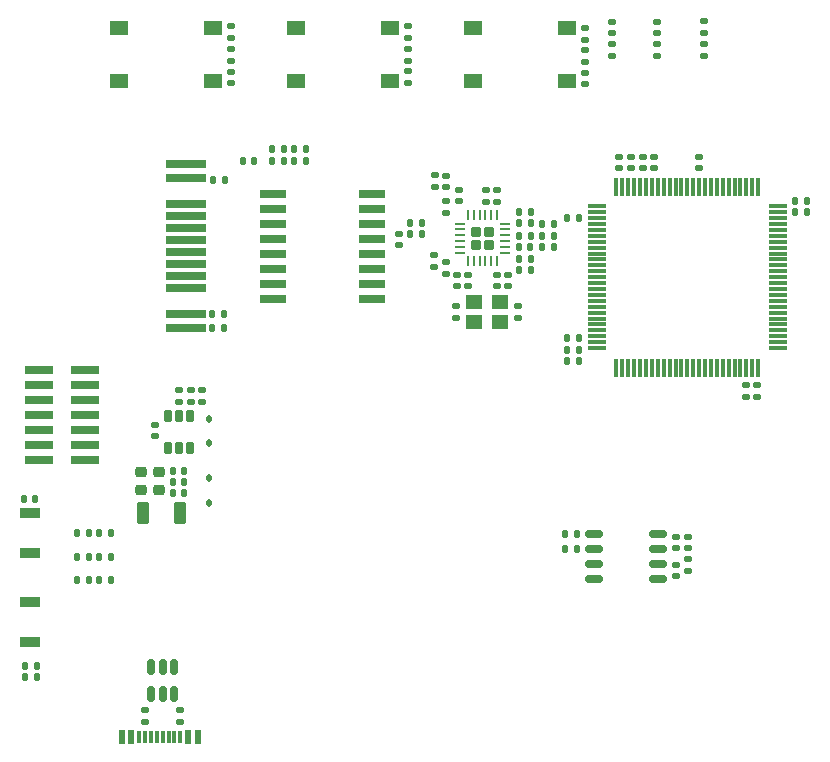
<source format=gbr>
%TF.GenerationSoftware,KiCad,Pcbnew,8.0.3-8.0.3-0~ubuntu22.04.1*%
%TF.CreationDate,2024-07-03T09:26:59+02:00*%
%TF.ProjectId,FabOS_MB,4661624f-535f-44d4-922e-6b696361645f,rev?*%
%TF.SameCoordinates,Original*%
%TF.FileFunction,Paste,Top*%
%TF.FilePolarity,Positive*%
%FSLAX46Y46*%
G04 Gerber Fmt 4.6, Leading zero omitted, Abs format (unit mm)*
G04 Created by KiCad (PCBNEW 8.0.3-8.0.3-0~ubuntu22.04.1) date 2024-07-03 09:26:59*
%MOMM*%
%LPD*%
G01*
G04 APERTURE LIST*
G04 Aperture macros list*
%AMRoundRect*
0 Rectangle with rounded corners*
0 $1 Rounding radius*
0 $2 $3 $4 $5 $6 $7 $8 $9 X,Y pos of 4 corners*
0 Add a 4 corners polygon primitive as box body*
4,1,4,$2,$3,$4,$5,$6,$7,$8,$9,$2,$3,0*
0 Add four circle primitives for the rounded corners*
1,1,$1+$1,$2,$3*
1,1,$1+$1,$4,$5*
1,1,$1+$1,$6,$7*
1,1,$1+$1,$8,$9*
0 Add four rect primitives between the rounded corners*
20,1,$1+$1,$2,$3,$4,$5,0*
20,1,$1+$1,$4,$5,$6,$7,0*
20,1,$1+$1,$6,$7,$8,$9,0*
20,1,$1+$1,$8,$9,$2,$3,0*%
%AMFreePoly0*
4,1,25,0.266375,0.443630,0.297109,0.420047,0.420047,0.297109,0.458455,0.230584,0.463512,0.192176,0.463512,-0.192176,0.443630,-0.266375,0.420047,-0.297109,0.297109,-0.420047,0.230584,-0.458455,0.192176,-0.463512,-0.192176,-0.463512,-0.266375,-0.443630,-0.297109,-0.420047,-0.420047,-0.297109,-0.458455,-0.230584,-0.463512,-0.192176,-0.463512,0.192176,-0.443630,0.266375,-0.420047,0.297109,
-0.297109,0.420047,-0.230584,0.458455,-0.192176,0.463512,0.192176,0.463512,0.266375,0.443630,0.266375,0.443630,$1*%
G04 Aperture macros list end*
%ADD10R,2.250000X0.750000*%
%ADD11RoundRect,0.140000X-0.170000X0.140000X-0.170000X-0.140000X0.170000X-0.140000X0.170000X0.140000X0*%
%ADD12RoundRect,0.140000X0.140000X0.170000X-0.140000X0.170000X-0.140000X-0.170000X0.140000X-0.170000X0*%
%ADD13RoundRect,0.140000X0.170000X-0.140000X0.170000X0.140000X-0.170000X0.140000X-0.170000X-0.140000X0*%
%ADD14RoundRect,0.135000X0.135000X0.185000X-0.135000X0.185000X-0.135000X-0.185000X0.135000X-0.185000X0*%
%ADD15RoundRect,0.147500X-0.147500X-0.172500X0.147500X-0.172500X0.147500X0.172500X-0.147500X0.172500X0*%
%ADD16RoundRect,0.135000X0.185000X-0.135000X0.185000X0.135000X-0.185000X0.135000X-0.185000X-0.135000X0*%
%ADD17RoundRect,0.135000X-0.135000X-0.185000X0.135000X-0.185000X0.135000X0.185000X-0.135000X0.185000X0*%
%ADD18RoundRect,0.112500X0.112500X-0.187500X0.112500X0.187500X-0.112500X0.187500X-0.112500X-0.187500X0*%
%ADD19RoundRect,0.150000X0.150000X-0.400000X0.150000X0.400000X-0.150000X0.400000X-0.150000X-0.400000X0*%
%ADD20RoundRect,0.135000X-0.185000X0.135000X-0.185000X-0.135000X0.185000X-0.135000X0.185000X0.135000X0*%
%ADD21RoundRect,0.152400X-0.609600X0.152400X-0.609600X-0.152400X0.609600X-0.152400X0.609600X0.152400X0*%
%ADD22RoundRect,0.147500X-0.172500X0.147500X-0.172500X-0.147500X0.172500X-0.147500X0.172500X0.147500X0*%
%ADD23RoundRect,0.140000X-0.140000X-0.170000X0.140000X-0.170000X0.140000X0.170000X-0.140000X0.170000X0*%
%ADD24R,1.550000X1.300000*%
%ADD25R,3.500000X0.700000*%
%ADD26R,3.500000X0.800000*%
%ADD27RoundRect,0.150000X0.150000X-0.512500X0.150000X0.512500X-0.150000X0.512500X-0.150000X-0.512500X0*%
%ADD28R,1.400000X1.200000*%
%ADD29RoundRect,0.250000X-0.275000X-0.700000X0.275000X-0.700000X0.275000X0.700000X-0.275000X0.700000X0*%
%ADD30R,0.600000X1.150000*%
%ADD31R,0.309000X1.140000*%
%ADD32R,1.700000X0.900000*%
%ADD33RoundRect,0.225000X0.250000X-0.225000X0.250000X0.225000X-0.250000X0.225000X-0.250000X-0.225000X0*%
%ADD34RoundRect,0.112500X-0.112500X0.187500X-0.112500X-0.187500X0.112500X-0.187500X0.112500X0.187500X0*%
%ADD35FreePoly0,90.000000*%
%ADD36RoundRect,0.062500X0.062500X-0.375000X0.062500X0.375000X-0.062500X0.375000X-0.062500X-0.375000X0*%
%ADD37RoundRect,0.062500X0.375000X-0.062500X0.375000X0.062500X-0.375000X0.062500X-0.375000X-0.062500X0*%
%ADD38R,2.400000X0.740000*%
%ADD39RoundRect,0.075000X-0.075000X0.725000X-0.075000X-0.725000X0.075000X-0.725000X0.075000X0.725000X0*%
%ADD40RoundRect,0.075000X-0.725000X0.075000X-0.725000X-0.075000X0.725000X-0.075000X0.725000X0.075000X0*%
G04 APERTURE END LIST*
D10*
%TO.C,U302*%
X126500000Y-120145000D03*
X126500000Y-118875000D03*
X126500000Y-117605000D03*
X126500000Y-116335000D03*
X126500000Y-115065000D03*
X126500000Y-113795000D03*
X126500000Y-112525000D03*
X126500000Y-111255000D03*
X118100000Y-111255000D03*
X118100000Y-112525000D03*
X118100000Y-113795000D03*
X118100000Y-115065000D03*
X118100000Y-116335000D03*
X118100000Y-117605000D03*
X118100000Y-118875000D03*
X118100000Y-120145000D03*
%TD*%
D11*
%TO.C,C610*%
X159110000Y-127470000D03*
X159110000Y-128430000D03*
%TD*%
D12*
%TO.C,C503*%
X110555000Y-136600000D03*
X109595000Y-136600000D03*
%TD*%
D13*
%TO.C,C303*%
X138820000Y-121760000D03*
X138820000Y-120800000D03*
%TD*%
D14*
%TO.C,R506*%
X104410000Y-142000000D03*
X103390000Y-142000000D03*
%TD*%
D15*
%TO.C,D505*%
X101515000Y-142000000D03*
X102485000Y-142000000D03*
%TD*%
D13*
%TO.C,C308*%
X133870000Y-111870000D03*
X133870000Y-110910000D03*
%TD*%
D16*
%TO.C,R604*%
X129500000Y-100010000D03*
X129500000Y-98990000D03*
%TD*%
D17*
%TO.C,R308*%
X138880000Y-117750000D03*
X139900000Y-117750000D03*
%TD*%
D12*
%TO.C,C602*%
X143980000Y-123500000D03*
X143020000Y-123500000D03*
%TD*%
D18*
%TO.C,D501*%
X112700000Y-132400000D03*
X112700000Y-130300000D03*
%TD*%
D16*
%TO.C,R608*%
X150622000Y-99572000D03*
X150622000Y-98552000D03*
%TD*%
D19*
%TO.C,U502*%
X109175000Y-132750000D03*
X110125000Y-132750000D03*
X111075000Y-132750000D03*
X111075000Y-130050000D03*
X110125000Y-130050000D03*
X109175000Y-130050000D03*
%TD*%
D20*
%TO.C,R314*%
X131700000Y-116400000D03*
X131700000Y-117420000D03*
%TD*%
D11*
%TO.C,C603*%
X158170000Y-127470000D03*
X158170000Y-128430000D03*
%TD*%
D12*
%TO.C,C304*%
X139860000Y-115750000D03*
X138900000Y-115750000D03*
%TD*%
%TO.C,C617*%
X143980000Y-124450000D03*
X143020000Y-124450000D03*
%TD*%
D11*
%TO.C,C302*%
X137025000Y-118140000D03*
X137025000Y-119100000D03*
%TD*%
D16*
%TO.C,R610*%
X146812000Y-99570000D03*
X146812000Y-98550000D03*
%TD*%
D21*
%TO.C,U201*%
X145260000Y-140090000D03*
X145260000Y-141360000D03*
X145260000Y-142630000D03*
X145260000Y-143900000D03*
X150721000Y-143900000D03*
X150721000Y-142630000D03*
X150721000Y-141360000D03*
X150721000Y-140090000D03*
%TD*%
D14*
%TO.C,R304*%
X139910000Y-112810000D03*
X138890000Y-112810000D03*
%TD*%
D17*
%TO.C,R322*%
X112940000Y-122650000D03*
X113960000Y-122650000D03*
%TD*%
D12*
%TO.C,C611*%
X143980000Y-113340000D03*
X143020000Y-113340000D03*
%TD*%
D11*
%TO.C,C616*%
X144500000Y-101020000D03*
X144500000Y-101980000D03*
%TD*%
D22*
%TO.C,D603*%
X146812000Y-96685000D03*
X146812000Y-97655000D03*
%TD*%
D20*
%TO.C,R609*%
X144500000Y-97190000D03*
X144500000Y-98210000D03*
%TD*%
D14*
%TO.C,R302*%
X139900000Y-116810000D03*
X138880000Y-116810000D03*
%TD*%
D11*
%TO.C,C504*%
X108075000Y-130820000D03*
X108075000Y-131780000D03*
%TD*%
D20*
%TO.C,R605*%
X129500000Y-97080000D03*
X129500000Y-98100000D03*
%TD*%
D13*
%TO.C,C307*%
X131770000Y-110660000D03*
X131770000Y-109700000D03*
%TD*%
D14*
%TO.C,R310*%
X139900000Y-114800000D03*
X138880000Y-114800000D03*
%TD*%
D16*
%TO.C,R602*%
X114500000Y-100020000D03*
X114500000Y-99000000D03*
%TD*%
%TO.C,R313*%
X132700000Y-112900000D03*
X132700000Y-111880000D03*
%TD*%
%TO.C,R607*%
X144500000Y-100110000D03*
X144500000Y-99090000D03*
%TD*%
D12*
%TO.C,C613*%
X143980000Y-125400000D03*
X143020000Y-125400000D03*
%TD*%
D17*
%TO.C,R202*%
X142790000Y-140090000D03*
X143810000Y-140090000D03*
%TD*%
D20*
%TO.C,R603*%
X114500000Y-97090000D03*
X114500000Y-98110000D03*
%TD*%
D16*
%TO.C,R501*%
X110125000Y-128860000D03*
X110125000Y-127840000D03*
%TD*%
D23*
%TO.C,C609*%
X162320000Y-112780000D03*
X163280000Y-112780000D03*
%TD*%
D22*
%TO.C,D601*%
X154559000Y-96670000D03*
X154559000Y-97640000D03*
%TD*%
%TO.C,FB301*%
X132700000Y-109715000D03*
X132700000Y-110685000D03*
%TD*%
D16*
%TO.C,R402*%
X110250000Y-156010000D03*
X110250000Y-154990000D03*
%TD*%
D20*
%TO.C,R306*%
X137030000Y-110960000D03*
X137030000Y-111980000D03*
%TD*%
D14*
%TO.C,R201*%
X143810000Y-141360000D03*
X142790000Y-141360000D03*
%TD*%
D16*
%TO.C,R503*%
X112075000Y-128860000D03*
X112075000Y-127840000D03*
%TD*%
D23*
%TO.C,C618*%
X162320000Y-111860000D03*
X163280000Y-111860000D03*
%TD*%
D16*
%TO.C,R502*%
X111125000Y-128860000D03*
X111125000Y-127840000D03*
%TD*%
D13*
%TO.C,C201*%
X153200000Y-141280000D03*
X153200000Y-140320000D03*
%TD*%
D14*
%TO.C,R303*%
X139910000Y-113750000D03*
X138890000Y-113750000D03*
%TD*%
D24*
%TO.C,SW604*%
X127975000Y-101750000D03*
X120025000Y-101750000D03*
X127975000Y-97250000D03*
X120025000Y-97250000D03*
%TD*%
D14*
%TO.C,R316*%
X120910000Y-108500000D03*
X119890000Y-108500000D03*
%TD*%
D17*
%TO.C,R301*%
X140890000Y-115750000D03*
X141910000Y-115750000D03*
%TD*%
D11*
%TO.C,C612*%
X129500000Y-100890000D03*
X129500000Y-101850000D03*
%TD*%
D15*
%TO.C,D503*%
X101515000Y-140000000D03*
X102485000Y-140000000D03*
%TD*%
D13*
%TO.C,C604*%
X154200000Y-109070000D03*
X154200000Y-108110000D03*
%TD*%
D17*
%TO.C,R318*%
X117980000Y-107500000D03*
X119000000Y-107500000D03*
%TD*%
D13*
%TO.C,C202*%
X152200000Y-141280000D03*
X152200000Y-140320000D03*
%TD*%
D23*
%TO.C,C501*%
X109595000Y-134700000D03*
X110555000Y-134700000D03*
%TD*%
D14*
%TO.C,R504*%
X104400000Y-140000000D03*
X103380000Y-140000000D03*
%TD*%
D25*
%TO.C,J301*%
X110700000Y-119270000D03*
X110700000Y-118250000D03*
X110700000Y-117230000D03*
X110700000Y-116210000D03*
X110700000Y-115190000D03*
X110700000Y-114170000D03*
X110700000Y-113150000D03*
X110700000Y-112130000D03*
D26*
X110700000Y-109960000D03*
X110700000Y-108750000D03*
X110700000Y-122650000D03*
X110700000Y-121440000D03*
%TD*%
D17*
%TO.C,R320*%
X113030000Y-110109000D03*
X114050000Y-110109000D03*
%TD*%
D11*
%TO.C,C306*%
X128750000Y-114660000D03*
X128750000Y-115620000D03*
%TD*%
D27*
%TO.C,U401*%
X107800000Y-153600000D03*
X108750000Y-153600000D03*
X109700000Y-153600000D03*
X109700000Y-151325000D03*
X108750000Y-151325000D03*
X107800000Y-151325000D03*
%TD*%
D28*
%TO.C,Y301*%
X137320000Y-120430000D03*
X135120000Y-120430000D03*
X135120000Y-122130000D03*
X137320000Y-122130000D03*
%TD*%
D13*
%TO.C,C606*%
X150370000Y-109090000D03*
X150370000Y-108130000D03*
%TD*%
D24*
%TO.C,SW603*%
X112975000Y-101750000D03*
X105025000Y-101750000D03*
X112975000Y-97250000D03*
X105025000Y-97250000D03*
%TD*%
D11*
%TO.C,C309*%
X134630000Y-118140000D03*
X134630000Y-119100000D03*
%TD*%
D29*
%TO.C,L501*%
X107050000Y-138300000D03*
X110200000Y-138300000D03*
%TD*%
D30*
%TO.C,J401*%
X105300000Y-157255000D03*
X111700000Y-157255000D03*
X106100000Y-157255000D03*
X110900000Y-157255000D03*
D31*
X107250000Y-157255000D03*
X108250000Y-157255000D03*
X108750000Y-157255000D03*
X109750000Y-157255000D03*
X110250000Y-157255000D03*
X109250000Y-157255000D03*
X107750000Y-157255000D03*
X106750000Y-157255000D03*
%TD*%
D17*
%TO.C,R309*%
X140890000Y-113830000D03*
X141910000Y-113830000D03*
%TD*%
D16*
%TO.C,R401*%
X107250000Y-156010000D03*
X107250000Y-154990000D03*
%TD*%
D17*
%TO.C,R321*%
X112950000Y-121440000D03*
X113970000Y-121440000D03*
%TD*%
D13*
%TO.C,C310*%
X133660000Y-119100000D03*
X133660000Y-118140000D03*
%TD*%
D12*
%TO.C,C312*%
X116500000Y-108500000D03*
X115540000Y-108500000D03*
%TD*%
D20*
%TO.C,R305*%
X136090000Y-110960000D03*
X136090000Y-111980000D03*
%TD*%
D32*
%TO.C,SW602*%
X97500000Y-141700000D03*
X97500000Y-138300000D03*
%TD*%
D14*
%TO.C,R317*%
X120900000Y-107500000D03*
X119880000Y-107500000D03*
%TD*%
D33*
%TO.C,C505*%
X108425000Y-136375000D03*
X108425000Y-134825000D03*
%TD*%
D14*
%TO.C,R505*%
X104400000Y-144000000D03*
X103380000Y-144000000D03*
%TD*%
D11*
%TO.C,C608*%
X114500000Y-100920000D03*
X114500000Y-101880000D03*
%TD*%
D34*
%TO.C,D502*%
X112700000Y-135350000D03*
X112700000Y-137450000D03*
%TD*%
D12*
%TO.C,C601*%
X98080000Y-152150000D03*
X97120000Y-152150000D03*
%TD*%
D35*
%TO.C,U301*%
X135260000Y-115600000D03*
X136400000Y-115600000D03*
X135260000Y-114460000D03*
X136400000Y-114460000D03*
D36*
X134580000Y-116967500D03*
X135080000Y-116967500D03*
X135580000Y-116967500D03*
X136080000Y-116967500D03*
X136580000Y-116967500D03*
X137080000Y-116967500D03*
D37*
X137767500Y-116280000D03*
X137767500Y-115780000D03*
X137767500Y-115280000D03*
X137767500Y-114780000D03*
X137767500Y-114280000D03*
X137767500Y-113780000D03*
D36*
X137080000Y-113092500D03*
X136580000Y-113092500D03*
X136080000Y-113092500D03*
X135580000Y-113092500D03*
X135080000Y-113092500D03*
X134580000Y-113092500D03*
D37*
X133892500Y-113780000D03*
X133892500Y-114280000D03*
X133892500Y-114780000D03*
X133892500Y-115280000D03*
X133892500Y-115780000D03*
X133892500Y-116280000D03*
%TD*%
D13*
%TO.C,C614*%
X147400000Y-109110000D03*
X147400000Y-108150000D03*
%TD*%
D11*
%TO.C,C203*%
X152200000Y-142700000D03*
X152200000Y-143660000D03*
%TD*%
D33*
%TO.C,C506*%
X106925000Y-136375000D03*
X106925000Y-134825000D03*
%TD*%
D23*
%TO.C,C605*%
X97020000Y-137100000D03*
X97980000Y-137100000D03*
%TD*%
D13*
%TO.C,C615*%
X148400000Y-109100000D03*
X148400000Y-108140000D03*
%TD*%
D38*
%TO.C,J601*%
X98300000Y-126190000D03*
X102200000Y-126190000D03*
X98300000Y-127460000D03*
X102200000Y-127460000D03*
X98300000Y-128730000D03*
X102200000Y-128730000D03*
X98300000Y-130000000D03*
X102200000Y-130000000D03*
X98300000Y-131270000D03*
X102200000Y-131270000D03*
X98300000Y-132540000D03*
X102200000Y-132540000D03*
X98300000Y-133810000D03*
X102200000Y-133810000D03*
%TD*%
D17*
%TO.C,R601*%
X97090000Y-151200000D03*
X98110000Y-151200000D03*
%TD*%
D20*
%TO.C,R312*%
X132700000Y-117020000D03*
X132700000Y-118040000D03*
%TD*%
D17*
%TO.C,R307*%
X140890000Y-114800000D03*
X141910000Y-114800000D03*
%TD*%
D16*
%TO.C,R606*%
X154559000Y-99568000D03*
X154559000Y-98548000D03*
%TD*%
D22*
%TO.C,D602*%
X150622000Y-96687000D03*
X150622000Y-97657000D03*
%TD*%
D17*
%TO.C,R311*%
X129680000Y-113700000D03*
X130700000Y-113700000D03*
%TD*%
D14*
%TO.C,R315*%
X130700000Y-114700000D03*
X129680000Y-114700000D03*
%TD*%
D13*
%TO.C,C607*%
X149390000Y-109090000D03*
X149390000Y-108130000D03*
%TD*%
D39*
%TO.C,U601*%
X159170000Y-110645000D03*
X158670000Y-110645000D03*
X158170000Y-110645000D03*
X157670000Y-110645000D03*
X157170000Y-110645000D03*
X156670000Y-110645000D03*
X156170000Y-110645000D03*
X155670000Y-110645000D03*
X155170000Y-110645000D03*
X154670000Y-110645000D03*
X154170000Y-110645000D03*
X153670000Y-110645000D03*
X153170000Y-110645000D03*
X152670000Y-110645000D03*
X152170000Y-110645000D03*
X151670000Y-110645000D03*
X151170000Y-110645000D03*
X150670000Y-110645000D03*
X150170000Y-110645000D03*
X149670000Y-110645000D03*
X149170000Y-110645000D03*
X148670000Y-110645000D03*
X148170000Y-110645000D03*
X147670000Y-110645000D03*
X147170000Y-110645000D03*
D40*
X145495000Y-112320000D03*
X145495000Y-112820000D03*
X145495000Y-113320000D03*
X145495000Y-113820000D03*
X145495000Y-114320000D03*
X145495000Y-114820000D03*
X145495000Y-115320000D03*
X145495000Y-115820000D03*
X145495000Y-116320000D03*
X145495000Y-116820000D03*
X145495000Y-117320000D03*
X145495000Y-117820000D03*
X145495000Y-118320000D03*
X145495000Y-118820000D03*
X145495000Y-119320000D03*
X145495000Y-119820000D03*
X145495000Y-120320000D03*
X145495000Y-120820000D03*
X145495000Y-121320000D03*
X145495000Y-121820000D03*
X145495000Y-122320000D03*
X145495000Y-122820000D03*
X145495000Y-123320000D03*
X145495000Y-123820000D03*
X145495000Y-124320000D03*
D39*
X147170000Y-125995000D03*
X147670000Y-125995000D03*
X148170000Y-125995000D03*
X148670000Y-125995000D03*
X149170000Y-125995000D03*
X149670000Y-125995000D03*
X150170000Y-125995000D03*
X150670000Y-125995000D03*
X151170000Y-125995000D03*
X151670000Y-125995000D03*
X152170000Y-125995000D03*
X152670000Y-125995000D03*
X153170000Y-125995000D03*
X153670000Y-125995000D03*
X154170000Y-125995000D03*
X154670000Y-125995000D03*
X155170000Y-125995000D03*
X155670000Y-125995000D03*
X156170000Y-125995000D03*
X156670000Y-125995000D03*
X157170000Y-125995000D03*
X157670000Y-125995000D03*
X158170000Y-125995000D03*
X158670000Y-125995000D03*
X159170000Y-125995000D03*
D40*
X160845000Y-124320000D03*
X160845000Y-123820000D03*
X160845000Y-123320000D03*
X160845000Y-122820000D03*
X160845000Y-122320000D03*
X160845000Y-121820000D03*
X160845000Y-121320000D03*
X160845000Y-120820000D03*
X160845000Y-120320000D03*
X160845000Y-119820000D03*
X160845000Y-119320000D03*
X160845000Y-118820000D03*
X160845000Y-118320000D03*
X160845000Y-117820000D03*
X160845000Y-117320000D03*
X160845000Y-116820000D03*
X160845000Y-116320000D03*
X160845000Y-115820000D03*
X160845000Y-115320000D03*
X160845000Y-114820000D03*
X160845000Y-114320000D03*
X160845000Y-113820000D03*
X160845000Y-113320000D03*
X160845000Y-112820000D03*
X160845000Y-112320000D03*
%TD*%
D32*
%TO.C,SW601*%
X97500000Y-149200000D03*
X97500000Y-145800000D03*
%TD*%
D12*
%TO.C,C502*%
X110555000Y-135650000D03*
X109595000Y-135650000D03*
%TD*%
D15*
%TO.C,D504*%
X101515000Y-144000000D03*
X102485000Y-144000000D03*
%TD*%
D13*
%TO.C,C301*%
X137995000Y-119100000D03*
X137995000Y-118140000D03*
%TD*%
D20*
%TO.C,R203*%
X153200000Y-142180000D03*
X153200000Y-143200000D03*
%TD*%
D17*
%TO.C,R319*%
X117980000Y-108500000D03*
X119000000Y-108500000D03*
%TD*%
D11*
%TO.C,C305*%
X133620000Y-120800000D03*
X133620000Y-121760000D03*
%TD*%
D24*
%TO.C,SW605*%
X142975000Y-101750000D03*
X135025000Y-101750000D03*
X142975000Y-97250000D03*
X135025000Y-97250000D03*
%TD*%
M02*

</source>
